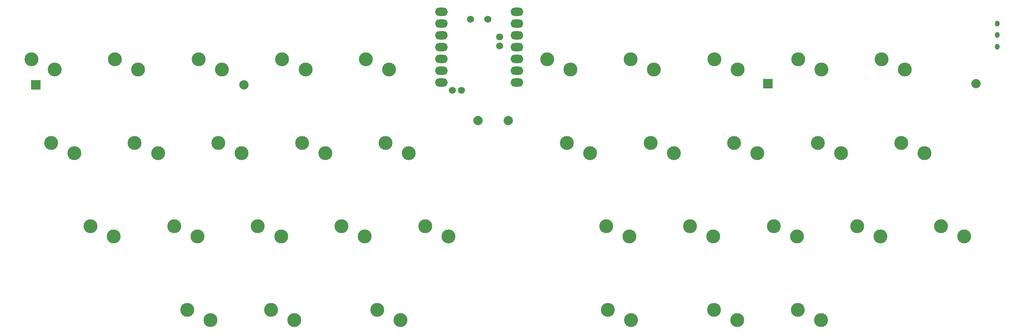
<source format=gbr>
%TF.GenerationSoftware,KiCad,Pcbnew,8.0.7*%
%TF.CreationDate,2025-05-18T22:23:59+09:00*%
%TF.ProjectId,cool436,636f6f6c-3433-4362-9e6b-696361645f70,rev?*%
%TF.SameCoordinates,Original*%
%TF.FileFunction,Soldermask,Top*%
%TF.FilePolarity,Negative*%
%FSLAX46Y46*%
G04 Gerber Fmt 4.6, Leading zero omitted, Abs format (unit mm)*
G04 Created by KiCad (PCBNEW 8.0.7) date 2025-05-18 22:23:59*
%MOMM*%
%LPD*%
G01*
G04 APERTURE LIST*
%ADD10C,3.000000*%
%ADD11O,1.000000X1.300000*%
%ADD12R,2.000000X2.000000*%
%ADD13C,2.000000*%
%ADD14O,2.750000X1.800000*%
%ADD15C,1.500000*%
%ADD16C,1.524000*%
G04 APERTURE END LIST*
D10*
%TO.C,SW6*%
X30920000Y-38040000D03*
X35920000Y-40240000D03*
%TD*%
%TO.C,SW22*%
X123920000Y-38040000D03*
X128920000Y-40240000D03*
%TD*%
%TO.C,SW14*%
X66920000Y-38040000D03*
X71920000Y-40240000D03*
%TD*%
%TO.C,SW13*%
X62670000Y-20040000D03*
X67670000Y-22240000D03*
%TD*%
%TO.C,SW24*%
X173620000Y-74040000D03*
X178620000Y-76240000D03*
%TD*%
%TO.C,SW27*%
X141920000Y-38040000D03*
X146920000Y-40240000D03*
%TD*%
%TO.C,SW23*%
X132420000Y-56040000D03*
X137420000Y-58240000D03*
%TD*%
%TO.C,SW3*%
X21420000Y-56040000D03*
X26420000Y-58240000D03*
%TD*%
%TO.C,SW34*%
X191670000Y-20040000D03*
X196670000Y-22240000D03*
%TD*%
%TO.C,SW26*%
X159920000Y-38040000D03*
X164920000Y-40240000D03*
%TD*%
%TO.C,SW4*%
X42220000Y-74040000D03*
X47220000Y-76240000D03*
%TD*%
D11*
%TO.C,SW45*%
X216560000Y-12290000D03*
X216560000Y-14790000D03*
X216560000Y-17290000D03*
%TD*%
D10*
%TO.C,SW20*%
X155620000Y-74040000D03*
X160620000Y-76240000D03*
%TD*%
%TO.C,SW12*%
X83120000Y-74040000D03*
X88120000Y-76240000D03*
%TD*%
%TO.C,SW33*%
X173670000Y-20040000D03*
X178670000Y-22240000D03*
%TD*%
%TO.C,SW1*%
X8670000Y-20040000D03*
X13670000Y-22240000D03*
%TD*%
%TO.C,SW29*%
X155670000Y-20040000D03*
X160670000Y-22240000D03*
%TD*%
%TO.C,SW31*%
X186420000Y-56040000D03*
X191420000Y-58240000D03*
%TD*%
D12*
%TO.C,BT1*%
X167170000Y-25290000D03*
D13*
X211970000Y-25290000D03*
%TD*%
D10*
%TO.C,SW35*%
X195920000Y-38040000D03*
X200920000Y-40240000D03*
%TD*%
%TO.C,SW9*%
X44670000Y-20040000D03*
X49670000Y-22240000D03*
%TD*%
%TO.C,SW19*%
X93420000Y-56040000D03*
X98420000Y-58240000D03*
%TD*%
%TO.C,SW15*%
X75420000Y-56040000D03*
X80420000Y-58240000D03*
%TD*%
D12*
%TO.C,BT2*%
X9630000Y-25560000D03*
D13*
X54430000Y-25560000D03*
%TD*%
D10*
%TO.C,SW2*%
X12920000Y-38040000D03*
X17920000Y-40240000D03*
%TD*%
%TO.C,SW8*%
X60220000Y-74040000D03*
X65220000Y-76240000D03*
%TD*%
%TO.C,SW16*%
X132720000Y-74040000D03*
X137720000Y-76240000D03*
%TD*%
%TO.C,SW17*%
X80670000Y-20040000D03*
X85670000Y-22240000D03*
%TD*%
%TO.C,SW36*%
X204420000Y-56040000D03*
X209420000Y-58240000D03*
%TD*%
%TO.C,SW32*%
X168420000Y-56040000D03*
X173420000Y-58240000D03*
%TD*%
%TO.C,SW7*%
X39420000Y-56040000D03*
X44420000Y-58240000D03*
%TD*%
%TO.C,SW21*%
X119670000Y-20040000D03*
X124670000Y-22240000D03*
%TD*%
%TO.C,SW5*%
X26670000Y-20040000D03*
X31670000Y-22240000D03*
%TD*%
%TO.C,SW11*%
X57420000Y-56040000D03*
X62420000Y-58240000D03*
%TD*%
D13*
%TO.C,SW46*%
X104780000Y-33250000D03*
X111280000Y-33250000D03*
%TD*%
D10*
%TO.C,SW30*%
X177920000Y-38040000D03*
X182920000Y-40240000D03*
%TD*%
%TO.C,SW18*%
X84920000Y-38040000D03*
X89920000Y-40240000D03*
%TD*%
%TO.C,SW28*%
X150420000Y-56040000D03*
X155420000Y-58240000D03*
%TD*%
%TO.C,SW10*%
X48920000Y-38040000D03*
X53920000Y-40240000D03*
%TD*%
%TO.C,SW25*%
X137670000Y-20040000D03*
X142670000Y-22240000D03*
%TD*%
D14*
%TO.C,U1*%
X113160000Y-9804000D03*
X113160000Y-12344000D03*
X113160000Y-14884000D03*
X113160000Y-17424000D03*
X113160000Y-19964000D03*
X113160000Y-22504000D03*
X113160000Y-25044000D03*
X96920000Y-25044000D03*
X96920000Y-22504000D03*
X96920000Y-19964000D03*
X96920000Y-17424000D03*
X96920000Y-14884000D03*
X96920000Y-12344000D03*
X96920000Y-9804000D03*
D15*
X101204600Y-26736000D03*
X99325000Y-26736000D03*
X109485000Y-17107000D03*
X109485000Y-15202000D03*
D16*
X106920000Y-11354000D03*
X103200000Y-11414000D03*
%TD*%
M02*

</source>
